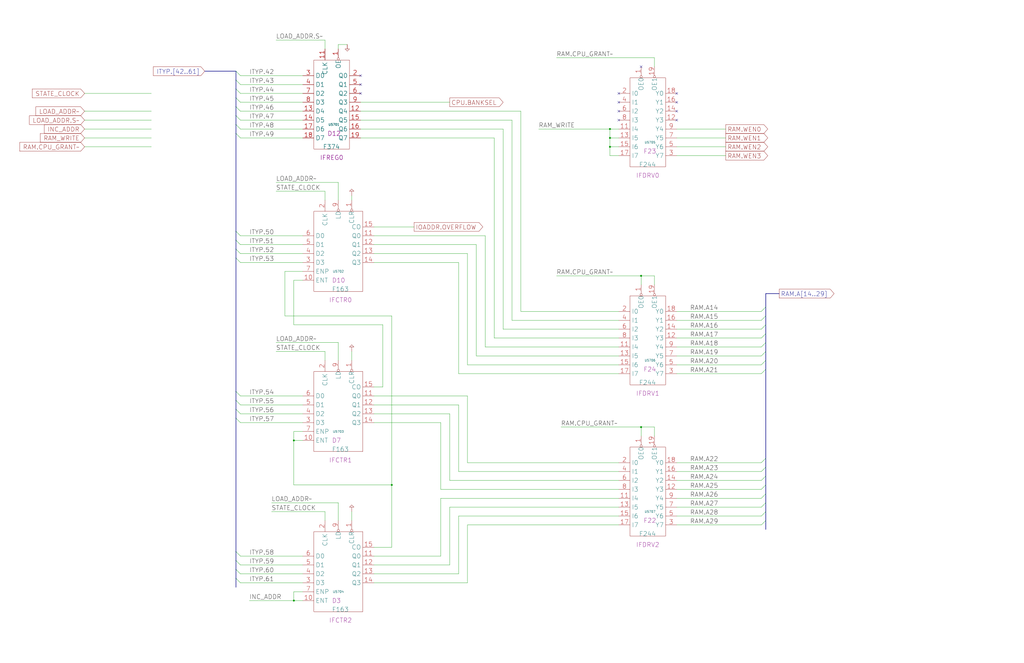
<source format=kicad_sch>
(kicad_sch (version 20250114) (generator "eeschema") (generator_version "9.0")
  (paper "User" 584.2 378.46)
  (title_block (title "RAM INTERFACE\\nADDRESS PATH") (date "22-SEP-90") (rev "2.0") (comment 1 "IOC") (comment 2 "232-003061") (comment 3 "S400") (comment 4 "RELEASED"))
  (lib_symbols
    (symbol "r1000:F163" (pin_names (offset 1.016))
      (property "Reference" "U" (at 2.54 5.08 0))
      (property "Value" "F163" (at -1.27 -5.08 0))
      (property "Location" "___" (at -1.27 0 0))
      (property "Name" "______" (at 3.81 -12.7 0))
      (symbol "F163_1_1"
        (rectangle (start -11.43 39.37) (end 16.51 -6.35))
        (circle (center 2.54 40.005) (radius 0.635))
        (circle (center 10.16 40.005) (radius 0.635))
        (pin input line (at -17.78 25.4 0) (length 6.35) (name "D0") (number "6"))
        (pin input line (at -17.78 20.32 0) (length 6.35) (name "D1") (number "5"))
        (pin input line (at -17.78 15.24 0) (length 6.35) (name "D2") (number "4"))
        (pin input line (at -17.78 10.16 0) (length 6.35) (name "D3") (number "3"))
        (pin input line (at -17.78 5.08 0) (length 6.35) (name "ENP") (number "7"))
        (pin input line (at -17.78 0 0) (length 6.35) (name "ENT") (number "10"))
        (pin input line (at -5.08 45.72 270) (length 6.35) (name "CLK") (number "2"))
        (pin input line (at 2.54 45.72 270) (length 5.08) (name "LD") (number "9"))
        (pin input line (at 10.16 45.72 270) (length 5.08) (name "CLR") (number "1"))
        (pin output line (at 22.86 30.48 180) (length 6.35) (name "CO") (number "15"))
        (pin output line (at 22.86 25.4 180) (length 6.35) (name "Q0") (number "11"))
        (pin output line (at 22.86 20.32 180) (length 6.35) (name "Q1") (number "12"))
        (pin output line (at 22.86 15.24 180) (length 6.35) (name "Q2") (number "13"))
        (pin output line (at 22.86 10.16 180) (length 6.35) (name "Q3") (number "14"))
      )
    )
    (symbol "r1000:F244" (pin_names (offset 1.016))
      (property "Reference" "U" (at 2.54 5.08 0))
      (property "Value" "F244" (at -3.81 -7.62 0))
      (property "Location" "___" (at -1.27 0 0))
      (property "Name" "______" (at 1.27 -15.24 0))
      (symbol "F244_1_1"
        (rectangle (start -8.89 41.91) (end 11.43 -8.89))
        (circle (center -2.54 42.545) (radius 0.635))
        (circle (center 5.08 42.545) (radius 0.635))
        (pin input line (at -15.24 33.02 0) (length 6.35) (name "I0") (number "2"))
        (pin input line (at -15.24 27.94 0) (length 6.35) (name "I1") (number "4"))
        (pin input line (at -15.24 22.86 0) (length 6.35) (name "I2") (number "6"))
        (pin input line (at -15.24 17.78 0) (length 6.35) (name "I3") (number "8"))
        (pin input line (at -15.24 12.7 0) (length 6.35) (name "I4") (number "11"))
        (pin input line (at -15.24 7.62 0) (length 6.35) (name "I5") (number "13"))
        (pin input line (at -15.24 2.54 0) (length 6.35) (name "I6") (number "15"))
        (pin input line (at -15.24 -2.54 0) (length 6.35) (name "I7") (number "17"))
        (pin input line (at -2.54 48.26 270) (length 5.08) (name "OE0") (number "1"))
        (pin input line (at 5.08 48.26 270) (length 5.08) (name "OE1") (number "19"))
        (pin tri_state line (at 17.78 33.02 180) (length 6.35) (name "Y0") (number "18"))
        (pin tri_state line (at 17.78 27.94 180) (length 6.35) (name "Y1") (number "16"))
        (pin tri_state line (at 17.78 22.86 180) (length 6.35) (name "Y2") (number "14"))
        (pin tri_state line (at 17.78 17.78 180) (length 6.35) (name "Y3") (number "12"))
        (pin tri_state line (at 17.78 12.7 180) (length 6.35) (name "Y4") (number "9"))
        (pin tri_state line (at 17.78 7.62 180) (length 6.35) (name "Y5") (number "7"))
        (pin tri_state line (at 17.78 2.54 180) (length 6.35) (name "Y6") (number "5"))
        (pin tri_state line (at 17.78 -2.54 180) (length 6.35) (name "Y7") (number "3"))
      )
    )
    (symbol "r1000:F374" (pin_names (offset 1.016))
      (property "Reference" "U" (at 2.54 5.08 0))
      (property "Value" "F374" (at -3.81 -7.62 0))
      (property "Location" "___" (at -1.27 0 0))
      (property "Name" "______" (at 1.27 -15.24 0))
      (symbol "F374_1_1"
        (rectangle (start -8.89 41.91) (end 11.43 -8.89))
        (circle (center 5.08 42.545) (radius 0.635))
        (pin input line (at -15.24 33.02 0) (length 6.35) (name "D0") (number "3"))
        (pin input line (at -15.24 27.94 0) (length 6.35) (name "D1") (number "4"))
        (pin input line (at -15.24 22.86 0) (length 6.35) (name "D2") (number "7"))
        (pin input line (at -15.24 17.78 0) (length 6.35) (name "D3") (number "8"))
        (pin input line (at -15.24 12.7 0) (length 6.35) (name "D4") (number "13"))
        (pin input line (at -15.24 7.62 0) (length 6.35) (name "D5") (number "14"))
        (pin input line (at -15.24 2.54 0) (length 6.35) (name "D6") (number "17"))
        (pin input line (at -15.24 -2.54 0) (length 6.35) (name "D7") (number "18"))
        (pin input line (at -2.54 48.26 270) (length 6.35) (name "CLK") (number "11"))
        (pin input line (at 5.08 48.26 270) (length 5.08) (name "OE") (number "1"))
        (pin tri_state line (at 17.78 33.02 180) (length 6.35) (name "Q0") (number "2"))
        (pin tri_state line (at 17.78 27.94 180) (length 6.35) (name "Q1") (number "5"))
        (pin tri_state line (at 17.78 22.86 180) (length 6.35) (name "Q2") (number "6"))
        (pin tri_state line (at 17.78 17.78 180) (length 6.35) (name "Q3") (number "9"))
        (pin tri_state line (at 17.78 12.7 180) (length 6.35) (name "Q4") (number "12"))
        (pin tri_state line (at 17.78 7.62 180) (length 6.35) (name "Q5") (number "15"))
        (pin tri_state line (at 17.78 2.54 180) (length 6.35) (name "Q6") (number "16"))
        (pin tri_state line (at 17.78 -2.54 180) (length 6.35) (name "Q7") (number "19"))
      )
    )
    (symbol "r1000:PD" (power) (pin_numbers (hide yes)) (pin_names (hide yes)) (in_bom no)
      (symbol "PD_0_1"
        (polyline (pts (xy 0 -2.54) (xy 1.27 -2.54) (xy 0 -3.81) (xy -1.27 -2.54) (xy 0 -2.54)) (stroke (width 0.1524)))
      )
      (symbol "PD_1_1"
        (pin power_in line (at 0 0 270) (length 2.54) (name "PD") (number "1"))
      )
    )
    (symbol "r1000:PU" (power) (pin_numbers (hide yes)) (pin_names (hide yes))
      (symbol "PU_0_1"
        (polyline (pts (xy 0 2.54) (xy -1.27 2.54) (xy 0 3.81) (xy 1.27 2.54) (xy 0 2.54)) (stroke (width 0.1524)))
      )
      (symbol "PU_1_1"
        (pin power_in line (at 0 0 90) (length 2.54) (name "PU") (number "1"))
      )
    )
  )
  (junction (at 347.98 73.66))
  (junction (at 167.64 251.46))
  (junction (at 223.52 276.86))
  (junction (at 365.76 243.84))
  (junction (at 347.98 83.82))
  (junction (at 347.98 78.74))
  (junction (at 167.64 342.9))
  (junction (at 365.76 157.48))
  (no_connect (at 205.74 53.34))
  (no_connect (at 386.08 58.42))
  (no_connect (at 386.08 68.58))
  (no_connect (at 353.06 68.58))
  (no_connect (at 205.74 43.18))
  (no_connect (at 353.06 63.5))
  (no_connect (at 386.08 63.5))
  (no_connect (at 386.08 53.34))
  (no_connect (at 205.74 48.26))
  (no_connect (at 353.06 58.42))
  (no_connect (at 365.76 38.1))
  (no_connect (at 353.06 53.34))
  (bus_entry (at 436.88 205.74) (size -2.54 2.54))
  (bus_entry (at 436.88 292.1) (size -2.54 2.54))
  (bus_entry (at 134.62 228.6) (size 2.54 2.54))
  (bus_entry (at 436.88 200.66) (size -2.54 2.54))
  (bus_entry (at 436.88 276.86) (size -2.54 2.54))
  (bus_entry (at 134.62 142.24) (size 2.54 2.54))
  (bus_entry (at 134.62 40.64) (size 2.54 2.54))
  (bus_entry (at 134.62 66.04) (size 2.54 2.54))
  (bus_entry (at 134.62 45.72) (size 2.54 2.54))
  (bus_entry (at 436.88 195.58) (size -2.54 2.54))
  (bus_entry (at 436.88 271.78) (size -2.54 2.54))
  (bus_entry (at 436.88 266.7) (size -2.54 2.54))
  (bus_entry (at 134.62 50.8) (size 2.54 2.54))
  (bus_entry (at 134.62 233.68) (size 2.54 2.54))
  (bus_entry (at 134.62 223.52) (size 2.54 2.54))
  (bus_entry (at 134.62 314.96) (size 2.54 2.54))
  (bus_entry (at 436.88 261.62) (size -2.54 2.54))
  (bus_entry (at 436.88 175.26) (size -2.54 2.54))
  (bus_entry (at 436.88 210.82) (size -2.54 2.54))
  (bus_entry (at 134.62 137.16) (size 2.54 2.54))
  (bus_entry (at 134.62 147.32) (size 2.54 2.54))
  (bus_entry (at 134.62 76.2) (size 2.54 2.54))
  (bus_entry (at 134.62 330.2) (size 2.54 2.54))
  (bus_entry (at 436.88 185.42) (size -2.54 2.54))
  (bus_entry (at 134.62 320.04) (size 2.54 2.54))
  (bus_entry (at 134.62 55.88) (size 2.54 2.54))
  (bus_entry (at 134.62 132.08) (size 2.54 2.54))
  (bus_entry (at 134.62 71.12) (size 2.54 2.54))
  (bus_entry (at 134.62 60.96) (size 2.54 2.54))
  (bus_entry (at 134.62 325.12) (size 2.54 2.54))
  (bus_entry (at 436.88 281.94) (size -2.54 2.54))
  (bus_entry (at 436.88 180.34) (size -2.54 2.54))
  (bus_entry (at 134.62 238.76) (size 2.54 2.54))
  (bus_entry (at 436.88 287.02) (size -2.54 2.54))
  (bus_entry (at 436.88 190.5) (size -2.54 2.54))
  (bus_entry (at 436.88 297.18) (size -2.54 2.54))
  (wire (pts (xy 251.46 279.4) (xy 353.06 279.4)))
  (wire (pts (xy 193.04 297.18) (xy 193.04 287.02)))
  (bus (pts (xy 134.62 40.64) (xy 134.62 45.72)))
  (wire (pts (xy 157.48 22.86) (xy 185.42 22.86)))
  (wire (pts (xy 137.16 43.18) (xy 172.72 43.18)))
  (wire (pts (xy 137.16 317.5) (xy 172.72 317.5)))
  (wire (pts (xy 205.74 68.58) (xy 292.1 68.58)))
  (wire (pts (xy 137.16 231.14) (xy 172.72 231.14)))
  (wire (pts (xy 386.08 269.24) (xy 434.34 269.24)))
  (wire (pts (xy 266.7 144.78) (xy 266.7 208.28)))
  (wire (pts (xy 157.48 200.66) (xy 185.42 200.66)))
  (wire (pts (xy 292.1 68.58) (xy 292.1 182.88)))
  (wire (pts (xy 386.08 294.64) (xy 434.34 294.64)))
  (wire (pts (xy 365.76 157.48) (xy 365.76 162.56)))
  (wire (pts (xy 137.16 226.06) (xy 172.72 226.06)))
  (wire (pts (xy 167.64 185.42) (xy 218.44 185.42)))
  (wire (pts (xy 193.04 114.3) (xy 193.04 104.14)))
  (bus (pts (xy 436.88 281.94) (xy 436.88 287.02)))
  (wire (pts (xy 193.04 205.74) (xy 193.04 195.58)))
  (wire (pts (xy 167.64 251.46) (xy 172.72 251.46)))
  (wire (pts (xy 137.16 58.42) (xy 172.72 58.42)))
  (wire (pts (xy 185.42 109.22) (xy 157.48 109.22)))
  (wire (pts (xy 48.26 83.82) (xy 86.36 83.82)))
  (wire (pts (xy 276.86 134.62) (xy 276.86 198.12)))
  (wire (pts (xy 162.56 154.94) (xy 162.56 180.34)))
  (wire (pts (xy 137.16 134.62) (xy 172.72 134.62)))
  (wire (pts (xy 157.48 195.58) (xy 193.04 195.58)))
  (wire (pts (xy 386.08 264.16) (xy 434.34 264.16)))
  (bus (pts (xy 134.62 132.08) (xy 134.62 137.16)))
  (wire (pts (xy 213.36 241.3) (xy 251.46 241.3)))
  (bus (pts (xy 134.62 55.88) (xy 134.62 60.96)))
  (bus (pts (xy 134.62 228.6) (xy 134.62 233.68)))
  (wire (pts (xy 297.18 63.5) (xy 297.18 177.8)))
  (wire (pts (xy 256.54 274.32) (xy 353.06 274.32)))
  (bus (pts (xy 436.88 287.02) (xy 436.88 292.1)))
  (wire (pts (xy 137.16 48.26) (xy 172.72 48.26)))
  (wire (pts (xy 137.16 322.58) (xy 172.72 322.58)))
  (bus (pts (xy 134.62 233.68) (xy 134.62 238.76)))
  (wire (pts (xy 205.74 63.5) (xy 297.18 63.5)))
  (wire (pts (xy 213.36 317.5) (xy 251.46 317.5)))
  (wire (pts (xy 137.16 149.86) (xy 172.72 149.86)))
  (wire (pts (xy 307.34 73.66) (xy 347.98 73.66)))
  (wire (pts (xy 347.98 78.74) (xy 347.98 73.66)))
  (bus (pts (xy 134.62 66.04) (xy 134.62 71.12)))
  (wire (pts (xy 261.62 149.86) (xy 261.62 213.36)))
  (wire (pts (xy 251.46 284.48) (xy 353.06 284.48)))
  (wire (pts (xy 223.52 180.34) (xy 223.52 276.86)))
  (wire (pts (xy 218.44 220.98) (xy 213.36 220.98)))
  (bus (pts (xy 134.62 223.52) (xy 134.62 228.6)))
  (wire (pts (xy 281.94 78.74) (xy 281.94 193.04)))
  (wire (pts (xy 185.42 114.3) (xy 185.42 109.22)))
  (wire (pts (xy 223.52 312.42) (xy 223.52 276.86)))
  (wire (pts (xy 213.36 327.66) (xy 261.62 327.66)))
  (wire (pts (xy 281.94 193.04) (xy 353.06 193.04)))
  (wire (pts (xy 137.16 327.66) (xy 172.72 327.66)))
  (wire (pts (xy 347.98 83.82) (xy 347.98 78.74)))
  (bus (pts (xy 134.62 314.96) (xy 134.62 320.04)))
  (bus (pts (xy 134.62 71.12) (xy 134.62 76.2)))
  (bus (pts (xy 134.62 76.2) (xy 134.62 132.08)))
  (wire (pts (xy 297.18 177.8) (xy 353.06 177.8)))
  (bus (pts (xy 134.62 325.12) (xy 134.62 330.2)))
  (bus (pts (xy 134.62 60.96) (xy 134.62 66.04)))
  (wire (pts (xy 137.16 332.74) (xy 172.72 332.74)))
  (wire (pts (xy 198.12 25.4) (xy 193.04 25.4)))
  (wire (pts (xy 261.62 213.36) (xy 353.06 213.36)))
  (wire (pts (xy 287.02 187.96) (xy 353.06 187.96)))
  (wire (pts (xy 261.62 327.66) (xy 261.62 294.64)))
  (wire (pts (xy 353.06 78.74) (xy 347.98 78.74)))
  (bus (pts (xy 436.88 167.64) (xy 444.5 167.64)))
  (wire (pts (xy 213.36 231.14) (xy 261.62 231.14)))
  (wire (pts (xy 137.16 144.78) (xy 172.72 144.78)))
  (bus (pts (xy 134.62 147.32) (xy 134.62 223.52)))
  (wire (pts (xy 353.06 83.82) (xy 347.98 83.82)))
  (wire (pts (xy 386.08 203.2) (xy 434.34 203.2)))
  (wire (pts (xy 157.48 104.14) (xy 193.04 104.14)))
  (wire (pts (xy 137.16 73.66) (xy 172.72 73.66)))
  (wire (pts (xy 386.08 213.36) (xy 434.34 213.36)))
  (wire (pts (xy 213.36 226.06) (xy 266.7 226.06)))
  (bus (pts (xy 436.88 210.82) (xy 436.88 261.62)))
  (wire (pts (xy 261.62 231.14) (xy 261.62 269.24)))
  (bus (pts (xy 436.88 195.58) (xy 436.88 200.66)))
  (wire (pts (xy 154.94 292.1) (xy 185.42 292.1)))
  (bus (pts (xy 436.88 175.26) (xy 436.88 180.34)))
  (wire (pts (xy 251.46 317.5) (xy 251.46 284.48)))
  (wire (pts (xy 266.7 226.06) (xy 266.7 264.16)))
  (wire (pts (xy 261.62 294.64) (xy 353.06 294.64)))
  (wire (pts (xy 213.36 149.86) (xy 261.62 149.86)))
  (wire (pts (xy 172.72 337.82) (xy 167.64 337.82)))
  (wire (pts (xy 386.08 73.66) (xy 414.02 73.66)))
  (bus (pts (xy 436.88 266.7) (xy 436.88 271.78)))
  (wire (pts (xy 213.36 312.42) (xy 223.52 312.42)))
  (wire (pts (xy 48.26 68.58) (xy 86.36 68.58)))
  (wire (pts (xy 185.42 297.18) (xy 185.42 292.1)))
  (wire (pts (xy 137.16 68.58) (xy 172.72 68.58)))
  (wire (pts (xy 167.64 160.02) (xy 167.64 185.42)))
  (bus (pts (xy 436.88 261.62) (xy 436.88 266.7)))
  (bus (pts (xy 134.62 238.76) (xy 134.62 314.96)))
  (wire (pts (xy 137.16 236.22) (xy 172.72 236.22)))
  (wire (pts (xy 266.7 332.74) (xy 266.7 299.72)))
  (wire (pts (xy 200.66 111.76) (xy 200.66 114.3)))
  (bus (pts (xy 436.88 297.18) (xy 436.88 302.26)))
  (wire (pts (xy 137.16 53.34) (xy 172.72 53.34)))
  (wire (pts (xy 213.36 134.62) (xy 276.86 134.62)))
  (bus (pts (xy 436.88 180.34) (xy 436.88 185.42)))
  (wire (pts (xy 213.36 322.58) (xy 256.54 322.58)))
  (wire (pts (xy 373.38 38.1) (xy 373.38 33.02)))
  (bus (pts (xy 436.88 276.86) (xy 436.88 281.94)))
  (bus (pts (xy 134.62 330.2) (xy 134.62 335.28)))
  (wire (pts (xy 347.98 73.66) (xy 353.06 73.66)))
  (wire (pts (xy 386.08 279.4) (xy 434.34 279.4)))
  (wire (pts (xy 386.08 289.56) (xy 434.34 289.56)))
  (wire (pts (xy 386.08 193.04) (xy 434.34 193.04)))
  (wire (pts (xy 365.76 243.84) (xy 373.38 243.84)))
  (wire (pts (xy 200.66 200.66) (xy 200.66 205.74)))
  (wire (pts (xy 137.16 78.74) (xy 172.72 78.74)))
  (bus (pts (xy 134.62 320.04) (xy 134.62 325.12)))
  (wire (pts (xy 205.74 73.66) (xy 287.02 73.66)))
  (bus (pts (xy 134.62 45.72) (xy 134.62 50.8)))
  (wire (pts (xy 373.38 162.56) (xy 373.38 157.48)))
  (wire (pts (xy 386.08 88.9) (xy 414.02 88.9)))
  (wire (pts (xy 365.76 157.48) (xy 317.5 157.48)))
  (wire (pts (xy 292.1 182.88) (xy 353.06 182.88)))
  (bus (pts (xy 436.88 205.74) (xy 436.88 210.82)))
  (bus (pts (xy 436.88 190.5) (xy 436.88 195.58)))
  (bus (pts (xy 436.88 185.42) (xy 436.88 190.5)))
  (wire (pts (xy 386.08 198.12) (xy 434.34 198.12)))
  (wire (pts (xy 167.64 246.38) (xy 172.72 246.38)))
  (wire (pts (xy 213.36 236.22) (xy 256.54 236.22)))
  (bus (pts (xy 134.62 137.16) (xy 134.62 142.24)))
  (wire (pts (xy 213.36 139.7) (xy 271.78 139.7)))
  (wire (pts (xy 320.04 243.84) (xy 365.76 243.84)))
  (bus (pts (xy 134.62 142.24) (xy 134.62 147.32)))
  (wire (pts (xy 172.72 154.94) (xy 162.56 154.94)))
  (wire (pts (xy 266.7 208.28) (xy 353.06 208.28)))
  (wire (pts (xy 386.08 182.88) (xy 434.34 182.88)))
  (wire (pts (xy 167.64 276.86) (xy 167.64 251.46)))
  (wire (pts (xy 193.04 25.4) (xy 193.04 27.94)))
  (wire (pts (xy 271.78 203.2) (xy 353.06 203.2)))
  (wire (pts (xy 353.06 88.9) (xy 347.98 88.9)))
  (wire (pts (xy 142.24 342.9) (xy 167.64 342.9)))
  (wire (pts (xy 287.02 73.66) (xy 287.02 187.96)))
  (wire (pts (xy 172.72 160.02) (xy 167.64 160.02)))
  (wire (pts (xy 137.16 241.3) (xy 172.72 241.3)))
  (wire (pts (xy 167.64 251.46) (xy 167.64 246.38)))
  (wire (pts (xy 317.5 33.02) (xy 373.38 33.02)))
  (wire (pts (xy 251.46 241.3) (xy 251.46 279.4)))
  (wire (pts (xy 167.64 337.82) (xy 167.64 342.9)))
  (wire (pts (xy 386.08 299.72) (xy 434.34 299.72)))
  (wire (pts (xy 386.08 208.28) (xy 434.34 208.28)))
  (wire (pts (xy 137.16 139.7) (xy 172.72 139.7)))
  (wire (pts (xy 218.44 185.42) (xy 218.44 220.98)))
  (wire (pts (xy 386.08 78.74) (xy 414.02 78.74)))
  (wire (pts (xy 386.08 177.8) (xy 434.34 177.8)))
  (wire (pts (xy 373.38 248.92) (xy 373.38 243.84)))
  (wire (pts (xy 373.38 157.48) (xy 365.76 157.48)))
  (wire (pts (xy 266.7 264.16) (xy 353.06 264.16)))
  (wire (pts (xy 266.7 299.72) (xy 353.06 299.72)))
  (bus (pts (xy 134.62 50.8) (xy 134.62 55.88)))
  (wire (pts (xy 213.36 332.74) (xy 266.7 332.74)))
  (bus (pts (xy 436.88 200.66) (xy 436.88 205.74)))
  (wire (pts (xy 386.08 83.82) (xy 414.02 83.82)))
  (wire (pts (xy 347.98 88.9) (xy 347.98 83.82)))
  (wire (pts (xy 386.08 274.32) (xy 434.34 274.32)))
  (wire (pts (xy 162.56 180.34) (xy 223.52 180.34)))
  (wire (pts (xy 256.54 236.22) (xy 256.54 274.32)))
  (wire (pts (xy 167.64 342.9) (xy 172.72 342.9)))
  (wire (pts (xy 205.74 58.42) (xy 256.54 58.42)))
  (wire (pts (xy 261.62 269.24) (xy 353.06 269.24)))
  (wire (pts (xy 386.08 284.48) (xy 434.34 284.48)))
  (wire (pts (xy 48.26 73.66) (xy 86.36 73.66)))
  (wire (pts (xy 256.54 289.56) (xy 353.06 289.56)))
  (wire (pts (xy 365.76 243.84) (xy 365.76 248.92)))
  (bus (pts (xy 436.88 167.64) (xy 436.88 175.26)))
  (wire (pts (xy 154.94 287.02) (xy 193.04 287.02)))
  (wire (pts (xy 48.26 78.74) (xy 86.36 78.74)))
  (wire (pts (xy 386.08 187.96) (xy 434.34 187.96)))
  (wire (pts (xy 200.66 292.1) (xy 200.66 297.18)))
  (wire (pts (xy 185.42 205.74) (xy 185.42 200.66)))
  (bus (pts (xy 116.84 40.64) (xy 134.62 40.64)))
  (bus (pts (xy 436.88 292.1) (xy 436.88 297.18)))
  (wire (pts (xy 223.52 276.86) (xy 167.64 276.86)))
  (bus (pts (xy 436.88 271.78) (xy 436.88 276.86)))
  (wire (pts (xy 213.36 129.54) (xy 236.22 129.54)))
  (wire (pts (xy 276.86 198.12) (xy 353.06 198.12)))
  (wire (pts (xy 271.78 139.7) (xy 271.78 203.2)))
  (wire (pts (xy 213.36 144.78) (xy 266.7 144.78)))
  (wire (pts (xy 185.42 27.94) (xy 185.42 22.86)))
  (wire (pts (xy 205.74 78.74) (xy 281.94 78.74)))
  (wire (pts (xy 48.26 63.5) (xy 86.36 63.5)))
  (wire (pts (xy 256.54 322.58) (xy 256.54 289.56)))
  (wire (pts (xy 48.26 53.34) (xy 86.36 53.34)))
  (wire (pts (xy 137.16 63.5) (xy 172.72 63.5)))
  (label "RAM.A26" (at 393.7 284.48 0) (effects (font (size 2.54 2.54))))
  (label "RAM.A18" (at 393.7 198.12 0) (effects (font (size 2.54 2.54))))
  (label "STATE_CLOCK" (at 157.48 200.66 0) (effects (font (size 2.54 2.54))))
  (label "RAM.A29" (at 393.7 299.72 0) (effects (font (size 2.54 2.54))))
  (label "RAM.A24" (at 393.7 274.32 0) (effects (font (size 2.54 2.54))))
  (label "RAM.A27" (at 393.7 289.56 0) (effects (font (size 2.54 2.54))))
  (label "ITYP.59" (at 142.24 322.58 0) (effects (font (size 2.54 2.54))))
  (label "ITYP.52" (at 142.24 144.78 0) (effects (font (size 2.54 2.54))))
  (label "LOAD_ADDR.S~" (at 157.48 22.86 0) (effects (font (size 2.54 2.54))))
  (label "ITYP.55" (at 142.24 231.14 0) (effects (font (size 2.54 2.54))))
  (label "ITYP.54" (at 142.24 226.06 0) (effects (font (size 2.54 2.54))))
  (label "RAM.A19" (at 393.7 203.2 0) (effects (font (size 2.54 2.54))))
  (label "RAM.A14" (at 393.7 177.8 0) (effects (font (size 2.54 2.54))))
  (label "RAM_WRITE" (at 307.34 73.66 0) (effects (font (size 2.54 2.54))))
  (label "ITYP.47" (at 142.24 68.58 0) (effects (font (size 2.54 2.54))))
  (label "RAM.A22" (at 393.7 264.16 0) (effects (font (size 2.54 2.54))))
  (label "LOAD_ADDR~" (at 157.48 195.58 0) (effects (font (size 2.54 2.54))))
  (label "RAM.A20" (at 393.7 208.28 0) (effects (font (size 2.54 2.54))))
  (label "LOAD_ADDR~" (at 157.48 104.14 0) (effects (font (size 2.54 2.54))))
  (label "ITYP.49" (at 142.24 78.74 0) (effects (font (size 2.54 2.54))))
  (label "STATE_CLOCK" (at 157.48 109.22 0) (effects (font (size 2.54 2.54))))
  (label "ITYP.53" (at 142.24 149.86 0) (effects (font (size 2.54 2.54))))
  (label "RAM.CPU_GRANT~" (at 317.5 33.02 0) (effects (font (size 2.54 2.54))))
  (label "ITYP.60" (at 142.24 327.66 0) (effects (font (size 2.54 2.54))))
  (label "ITYP.44" (at 142.24 53.34 0) (effects (font (size 2.54 2.54))))
  (label "ITYP.61" (at 142.24 332.74 0) (effects (font (size 2.54 2.54))))
  (label "INC_ADDR" (at 142.24 342.9 0) (effects (font (size 2.54 2.54))))
  (label "ITYP.48" (at 142.24 73.66 0) (effects (font (size 2.54 2.54))))
  (label "ITYP.57" (at 142.24 241.3 0) (effects (font (size 2.54 2.54))))
  (label "ITYP.58" (at 142.24 317.5 0) (effects (font (size 2.54 2.54))))
  (label "LOAD_ADDR~" (at 154.94 287.02 0) (effects (font (size 2.54 2.54))))
  (label "ITYP.42" (at 142.24 43.18 0) (effects (font (size 2.54 2.54))))
  (label "RAM.A25" (at 393.7 279.4 0) (effects (font (size 2.54 2.54))))
  (label "RAM.A15" (at 393.7 182.88 0) (effects (font (size 2.54 2.54))))
  (label "ITYP.46" (at 142.24 63.5 0) (effects (font (size 2.54 2.54))))
  (label "ITYP.56" (at 142.24 236.22 0) (effects (font (size 2.54 2.54))))
  (label "ITYP.51" (at 142.24 139.7 0) (effects (font (size 2.54 2.54))))
  (label "ITYP.45" (at 142.24 58.42 0) (effects (font (size 2.54 2.54))))
  (label "ITYP.43" (at 142.24 48.26 0) (effects (font (size 2.54 2.54))))
  (label "RAM.CPU_GRANT~" (at 320.04 243.84 0) (effects (font (size 2.54 2.54))))
  (label "RAM.A16" (at 393.7 187.96 0) (effects (font (size 2.54 2.54))))
  (label "STATE_CLOCK" (at 154.94 292.1 0) (effects (font (size 2.54 2.54))))
  (label "RAM.A17" (at 393.7 193.04 0) (effects (font (size 2.54 2.54))))
  (label "ITYP.50" (at 142.24 134.62 0) (effects (font (size 2.54 2.54))))
  (label "RAM.A28" (at 393.7 294.64 0) (effects (font (size 2.54 2.54))))
  (label "RAM.CPU_GRANT~" (at 317.5 157.48 0) (effects (font (size 2.54 2.54))))
  (label "RAM.A21" (at 393.7 213.36 0) (effects (font (size 2.54 2.54))))
  (label "RAM.A23" (at 393.7 269.24 0) (effects (font (size 2.54 2.54))))
  (global_label "LOAD_ADDR~" (shape input) (at 48.26 63.5 180) (effects (font (size 2.54 2.54))) (property "Intersheetrefs" "${INTERSHEET_REFS}" (at 20.453 63.3413 0) (effects (font (size 1.905 1.905)) (justify right))))
  (global_label "ITYP.[42..61]" (shape input) (at 116.84 40.64 180) (effects (font (size 2.54 2.54))) (property "Intersheetrefs" "${INTERSHEET_REFS}" (at 87.4607 40.4813 0) (effects (font (size 1.905 1.905)) (justify right))))
  (global_label "RAM.WEN3" (shape output) (at 414.02 88.9 0) (effects (font (size 2.54 2.54))) (property "Intersheetrefs" "${INTERSHEET_REFS}" (at 437.9565 88.7413 0) (effects (font (size 1.905 1.905)) (justify left))))
  (global_label "RAM.WEN0" (shape output) (at 414.02 73.66 0) (effects (font (size 2.54 2.54))) (property "Intersheetrefs" "${INTERSHEET_REFS}" (at 437.9565 73.5013 0) (effects (font (size 1.905 1.905)) (justify left))))
  (global_label "IOADDR.OVERFLOW" (shape output) (at 236.22 129.54 0) (effects (font (size 2.54 2.54))) (property "Intersheetrefs" "${INTERSHEET_REFS}" (at 275.3965 129.3813 0) (effects (font (size 1.905 1.905)) (justify left))))
  (global_label "RAM.WEN1" (shape output) (at 414.02 78.74 0) (effects (font (size 2.54 2.54))) (property "Intersheetrefs" "${INTERSHEET_REFS}" (at 437.9565 78.5813 0) (effects (font (size 1.905 1.905)) (justify left))))
  (global_label "RAM_WRITE" (shape input) (at 48.26 78.74 180) (effects (font (size 2.54 2.54))) (property "Intersheetrefs" "${INTERSHEET_REFS}" (at 22.993 78.5813 0) (effects (font (size 1.905 1.905)) (justify right))))
  (global_label "RAM.CPU_GRANT~" (shape input) (at 48.26 83.82 180) (effects (font (size 2.54 2.54))) (property "Intersheetrefs" "${INTERSHEET_REFS}" (at 11.2607 83.6613 0) (effects (font (size 1.905 1.905)) (justify right))))
  (global_label "INC_ADDR" (shape input) (at 48.26 73.66 180) (effects (font (size 2.54 2.54))) (property "Intersheetrefs" "${INTERSHEET_REFS}" (at 25.2911 73.5013 0) (effects (font (size 1.905 1.905)) (justify right))))
  (global_label "STATE_CLOCK" (shape input) (at 48.26 53.34 180) (effects (font (size 2.54 2.54))) (property "Intersheetrefs" "${INTERSHEET_REFS}" (at 18.3969 53.1813 0) (effects (font (size 1.905 1.905)) (justify right))))
  (global_label "RAM.A[14..29]" (shape output) (at 444.5 167.64 0) (effects (font (size 2.54 2.54))) (property "Intersheetrefs" "${INTERSHEET_REFS}" (at 475.8146 167.4813 0) (effects (font (size 1.905 1.905)) (justify left))))
  (global_label "RAM.WEN2" (shape output) (at 414.02 83.82 0) (effects (font (size 2.54 2.54))) (property "Intersheetrefs" "${INTERSHEET_REFS}" (at 437.9565 83.6613 0) (effects (font (size 1.905 1.905)) (justify left))))
  (global_label "CPU.BANKSEL" (shape output) (at 256.54 58.42 0) (effects (font (size 2.54 2.54))) (property "Intersheetrefs" "${INTERSHEET_REFS}" (at 287.0079 58.2613 0) (effects (font (size 1.905 1.905)) (justify left))))
  (global_label "LOAD_ADDR.S~" (shape input) (at 48.26 68.58 180) (effects (font (size 2.54 2.54))) (property "Intersheetrefs" "${INTERSHEET_REFS}" (at 16.8245 68.4213 0) (effects (font (size 1.905 1.905)) (justify right))))
  (symbol (lib_id "r1000:PU") (at 200.66 200.66 0) (unit 1)
    (property "Reference" "#PWR0113" (effects (hide yes)))
    (property "Value" "PU" (effects (hide yes)))
  )
  (symbol (lib_id "r1000:PU") (at 200.66 292.1 0) (unit 1)
    (property "Reference" "#PWR0114" (effects (hide yes)))
    (property "Value" "PU" (effects (hide yes)))
  )
  (symbol (lib_id "r1000:F163") (at 190.5 251.46 0) (unit 1)
    (property "Reference" "U5703" (at 193.04 246.38 0))
    (property "Value" "F163" (at 189.23 256.54 0) (effects (font (size 2.54 2.54)) (justify left)))
    (property "Location" "D7" (at 189.23 251.46 0) (effects (font (size 2.54 2.54)) (justify left)))
    (property "Name" "IFCTR1" (at 194.31 264.16 0) (effects (font (size 2.54 2.54)) (justify bottom)))
  )
  (symbol (lib_id "r1000:PU") (at 200.66 111.76 0) (unit 1)
    (property "Reference" "#PWR0112" (effects (hide yes)))
    (property "Value" "PU" (effects (hide yes)))
  )
  (symbol (lib_id "r1000:F163") (at 190.5 342.9 0) (unit 1)
    (property "Reference" "U5704" (at 193.04 337.82 0))
    (property "Value" "F163" (at 189.23 347.98 0) (effects (font (size 2.54 2.54)) (justify left)))
    (property "Location" "D3" (at 189.23 342.9 0) (effects (font (size 2.54 2.54)) (justify left)))
    (property "Name" "IFCTR2" (at 194.31 355.6 0) (effects (font (size 2.54 2.54)) (justify bottom)))
  )
  (symbol (lib_id "r1000:F163") (at 190.5 160.02 0) (unit 1)
    (property "Reference" "U5702" (at 193.04 154.94 0))
    (property "Value" "F163" (at 189.23 165.1 0) (effects (font (size 2.54 2.54)) (justify left)))
    (property "Location" "D10" (at 189.23 160.02 0) (effects (font (size 2.54 2.54)) (justify left)))
    (property "Name" "IFCTR0" (at 194.31 172.72 0) (effects (font (size 2.54 2.54)) (justify bottom)))
  )
  (symbol (lib_id "r1000:F244") (at 368.3 297.18 0) (unit 1)
    (property "Reference" "U5707" (at 370.84 292.1 0))
    (property "Value" "F244" (at 364.49 304.8 0) (effects (font (size 2.54 2.54)) (justify left)))
    (property "Location" "F22" (at 367.03 297.18 0) (effects (font (size 2.54 2.54)) (justify left)))
    (property "Name" "IFDRV2" (at 369.57 312.42 0) (effects (font (size 2.54 2.54)) (justify bottom)))
  )
  (symbol (lib_id "r1000:F244") (at 368.3 86.36 0) (unit 1)
    (property "Reference" "U5705" (at 370.84 81.28 0))
    (property "Value" "F244" (at 364.49 93.98 0) (effects (font (size 2.54 2.54)) (justify left)))
    (property "Location" "F23" (at 367.03 86.36 0) (effects (font (size 2.54 2.54)) (justify left)))
    (property "Name" "IFDRV0" (at 369.57 101.6 0) (effects (font (size 2.54 2.54)) (justify bottom)))
  )
  (symbol (lib_id "r1000:F244") (at 368.3 210.82 0) (unit 1)
    (property "Reference" "U5706" (at 370.84 205.74 0))
    (property "Value" "F244" (at 364.49 218.44 0) (effects (font (size 2.54 2.54)) (justify left)))
    (property "Location" "F24" (at 367.03 210.82 0) (effects (font (size 2.54 2.54)) (justify left)))
    (property "Name" "IFDRV1" (at 369.57 226.06 0) (effects (font (size 2.54 2.54)) (justify bottom)))
  )
  (symbol (lib_id "r1000:F374") (at 187.96 76.2 0) (unit 1)
    (property "Reference" "U5701" (at 190.5 71.12 0))
    (property "Value" "F374" (at 184.15 83.82 0) (effects (font (size 2.54 2.54)) (justify left)))
    (property "Location" "D12" (at 186.69 76.2 0) (effects (font (size 2.54 2.54)) (justify left)))
    (property "Name" "IFREG0" (at 189.23 91.44 0) (effects (font (size 2.54 2.54)) (justify bottom)))
  )
  (symbol (lib_id "r1000:PD") (at 198.12 25.4 0) (unit 1) (in_bom no)
    (property "Reference" "#PWR0156" (effects (hide yes)))
    (property "Value" "PD" (effects (hide yes)))
  )
)
</source>
